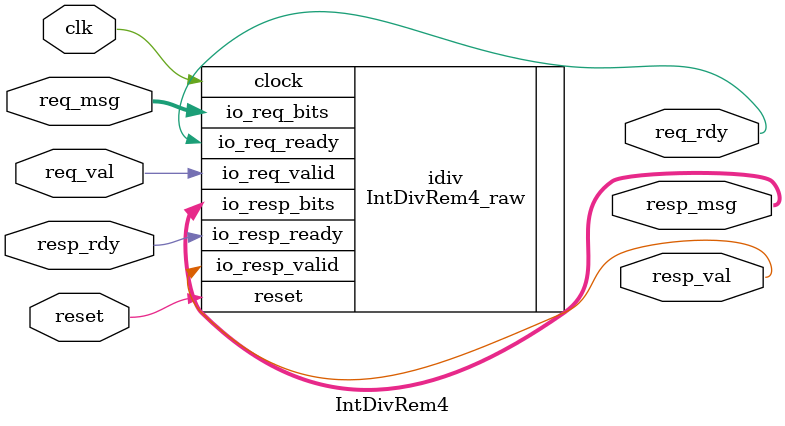
<source format=v>
`include "chisel/IntDivRem4_raw.v"
`include "verilog_src/trace.v"
module IntDivRem4(
  input          clk,
  input          reset,
  output         req_rdy,
  input          req_val,
  input  [127:0] req_msg,
  input          resp_rdy,
  output         resp_val,
  output [127:0] resp_msg
);
  IntDivRem4_raw idiv (
    .clock(clk),
    .reset(reset),
    .io_req_ready(req_rdy),
    .io_req_valid(req_val),
    .io_req_bits(req_msg),
    .io_resp_ready(resp_rdy),
    .io_resp_valid(resp_val),
    .io_resp_bits(resp_msg)
  );

  `ifndef SYNTHESIS

  logic [`VC_TRACE_NBITS-1:0] str;
  `VC_TRACE_BEGIN
  begin
    vc_trace.append_str( trace_str, "(" );

    $sformat( str, "Rem:%x", idiv.dpath.remainder_reg_io_out );
    vc_trace.append_str( trace_str, str );
    vc_trace.append_str( trace_str, " " );

    $sformat( str, "Quo:%x", idiv.dpath.quotient_reg_io_out );
    vc_trace.append_str( trace_str, str );
    vc_trace.append_str( trace_str, " " );

    $sformat( str, "Div:%x", idiv.dpath.divisor_reg_out );
    vc_trace.append_str( trace_str, str );
    vc_trace.append_str( trace_str, " " );

    vc_trace.append_str( trace_str, ")" );

  end
  `VC_TRACE_END

  `endif /* SYNTHESIS */

endmodule

</source>
